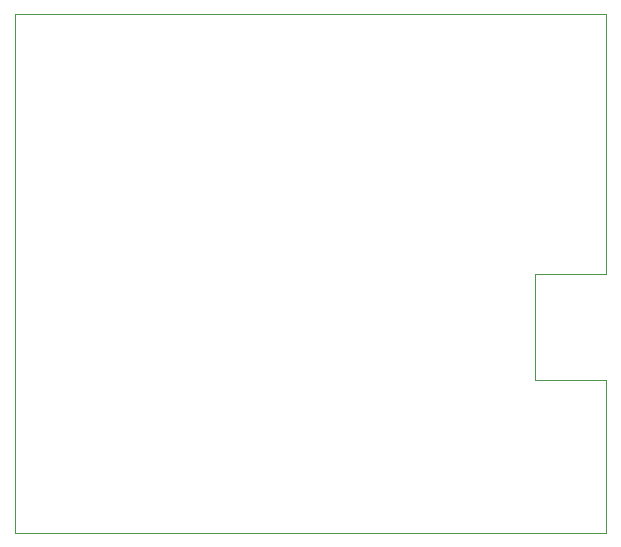
<source format=gbr>
%TF.GenerationSoftware,KiCad,Pcbnew,7.0.5*%
%TF.CreationDate,2023-10-11T12:47:35-04:00*%
%TF.ProjectId,Board_To_Be_Tested,426f6172-645f-4546-9f5f-42655f546573,rev?*%
%TF.SameCoordinates,Original*%
%TF.FileFunction,Profile,NP*%
%FSLAX46Y46*%
G04 Gerber Fmt 4.6, Leading zero omitted, Abs format (unit mm)*
G04 Created by KiCad (PCBNEW 7.0.5) date 2023-10-11 12:47:35*
%MOMM*%
%LPD*%
G01*
G04 APERTURE LIST*
%TA.AperFunction,Profile*%
%ADD10C,0.100000*%
%TD*%
G04 APERTURE END LIST*
D10*
X175000000Y-86000000D02*
X169000000Y-86000000D01*
X169000000Y-95000000D01*
X175000000Y-95000000D01*
X175000000Y-108000000D01*
X125000000Y-108000000D01*
X125000000Y-64000000D01*
X175000000Y-64000000D01*
X175000000Y-86000000D01*
M02*

</source>
